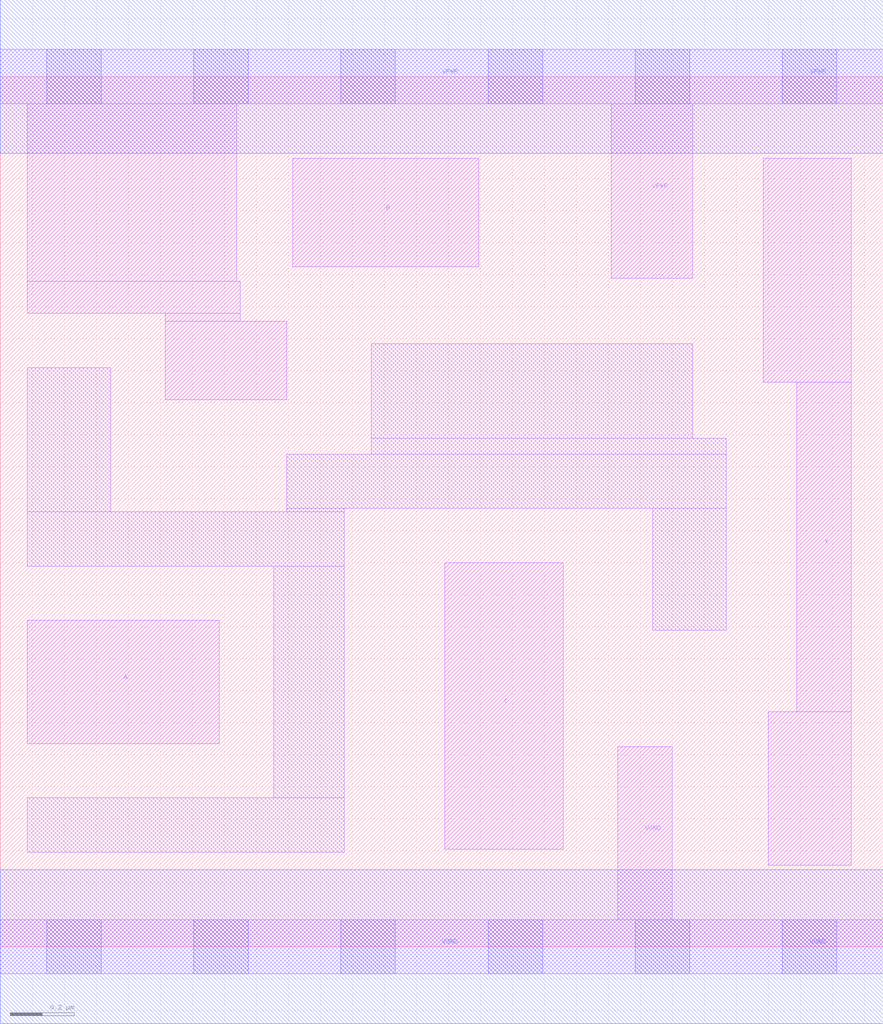
<source format=lef>
# Copyright 2020 The SkyWater PDK Authors
#
# Licensed under the Apache License, Version 2.0 (the "License");
# you may not use this file except in compliance with the License.
# You may obtain a copy of the License at
#
#     https://www.apache.org/licenses/LICENSE-2.0
#
# Unless required by applicable law or agreed to in writing, software
# distributed under the License is distributed on an "AS IS" BASIS,
# WITHOUT WARRANTIES OR CONDITIONS OF ANY KIND, either express or implied.
# See the License for the specific language governing permissions and
# limitations under the License.
#
# SPDX-License-Identifier: Apache-2.0

VERSION 5.7 ;
  NAMESCASESENSITIVE ON ;
  NOWIREEXTENSIONATPIN ON ;
  DIVIDERCHAR "/" ;
  BUSBITCHARS "[]" ;
UNITS
  DATABASE MICRONS 200 ;
END UNITS
PROPERTYDEFINITIONS
  MACRO maskLayoutSubType STRING ;
  MACRO prCellType STRING ;
  MACRO originalViewName STRING ;
END PROPERTYDEFINITIONS
MACRO sky130_fd_sc_hdll__and3_1
  CLASS CORE ;
  FOREIGN sky130_fd_sc_hdll__and3_1 ;
  ORIGIN  0.000000  0.000000 ;
  SIZE  2.760000 BY  2.720000 ;
  SYMMETRY X Y R90 ;
  SITE unithd ;
  PIN A
    ANTENNAGATEAREA  0.138600 ;
    DIRECTION INPUT ;
    USE SIGNAL ;
    PORT
      LAYER li1 ;
        RECT 0.085000 0.635000 0.685000 1.020000 ;
    END
  END A
  PIN B
    ANTENNAGATEAREA  0.138600 ;
    DIRECTION INPUT ;
    USE SIGNAL ;
    PORT
      LAYER li1 ;
        RECT 0.915000 2.125000 1.495000 2.465000 ;
    END
  END B
  PIN C
    ANTENNAGATEAREA  0.138600 ;
    DIRECTION INPUT ;
    USE SIGNAL ;
    PORT
      LAYER li1 ;
        RECT 1.390000 0.305000 1.760000 1.200000 ;
    END
  END C
  PIN VGND
    ANTENNADIFFAREA  0.258000 ;
    DIRECTION INOUT ;
    USE SIGNAL ;
    PORT
      LAYER li1 ;
        RECT 0.000000 -0.085000 2.760000 0.085000 ;
        RECT 1.930000  0.085000 2.100000 0.625000 ;
      LAYER mcon ;
        RECT 0.145000 -0.085000 0.315000 0.085000 ;
        RECT 0.605000 -0.085000 0.775000 0.085000 ;
        RECT 1.065000 -0.085000 1.235000 0.085000 ;
        RECT 1.525000 -0.085000 1.695000 0.085000 ;
        RECT 1.985000 -0.085000 2.155000 0.085000 ;
        RECT 2.445000 -0.085000 2.615000 0.085000 ;
      LAYER met1 ;
        RECT 0.000000 -0.240000 2.760000 0.240000 ;
    END
  END VGND
  PIN VPWR
    ANTENNADIFFAREA  0.454800 ;
    DIRECTION INOUT ;
    USE SIGNAL ;
    PORT
      LAYER li1 ;
        RECT 0.000000 2.635000 2.760000 2.805000 ;
        RECT 0.085000 1.980000 0.750000 2.080000 ;
        RECT 0.085000 2.080000 0.740000 2.635000 ;
        RECT 0.515000 1.710000 0.895000 1.955000 ;
        RECT 0.515000 1.955000 0.750000 1.980000 ;
        RECT 1.910000 2.090000 2.165000 2.635000 ;
      LAYER mcon ;
        RECT 0.145000 2.635000 0.315000 2.805000 ;
        RECT 0.605000 2.635000 0.775000 2.805000 ;
        RECT 1.065000 2.635000 1.235000 2.805000 ;
        RECT 1.525000 2.635000 1.695000 2.805000 ;
        RECT 1.985000 2.635000 2.155000 2.805000 ;
        RECT 2.445000 2.635000 2.615000 2.805000 ;
      LAYER met1 ;
        RECT 0.000000 2.480000 2.760000 2.960000 ;
    END
  END VPWR
  PIN X
    ANTENNADIFFAREA  0.439000 ;
    DIRECTION OUTPUT ;
    USE SIGNAL ;
    PORT
      LAYER li1 ;
        RECT 2.385000 1.765000 2.660000 2.465000 ;
        RECT 2.400000 0.255000 2.660000 0.735000 ;
        RECT 2.490000 0.735000 2.660000 1.765000 ;
    END
  END X
  OBS
    LAYER li1 ;
      RECT 0.085000 0.295000 1.075000 0.465000 ;
      RECT 0.085000 1.190000 1.075000 1.360000 ;
      RECT 0.085000 1.360000 0.345000 1.810000 ;
      RECT 0.855000 0.465000 1.075000 1.190000 ;
      RECT 0.895000 1.360000 1.075000 1.370000 ;
      RECT 0.895000 1.370000 2.270000 1.540000 ;
      RECT 1.160000 1.540000 2.270000 1.590000 ;
      RECT 1.160000 1.590000 2.165000 1.885000 ;
      RECT 2.040000 0.990000 2.270000 1.370000 ;
  END
  PROPERTY maskLayoutSubType "abstract" ;
  PROPERTY prCellType "standard" ;
  PROPERTY originalViewName "layout" ;
END sky130_fd_sc_hdll__and3_1

</source>
